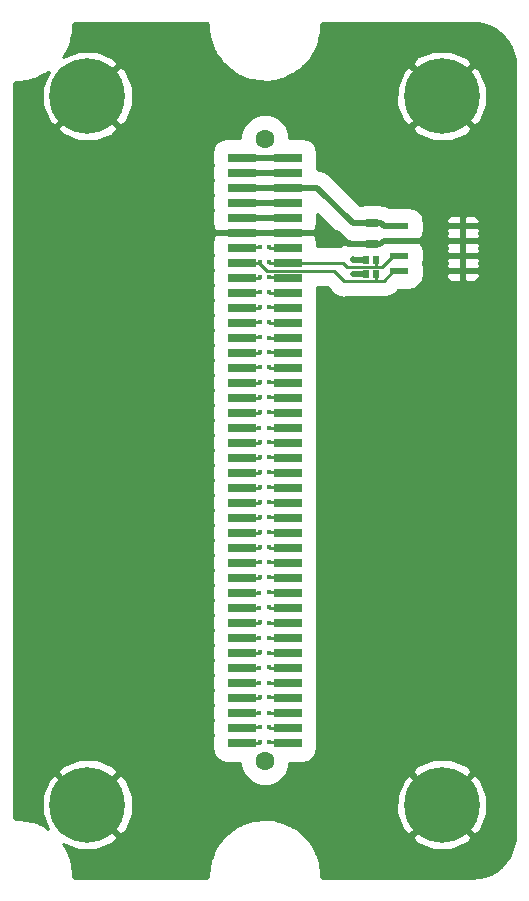
<source format=gbr>
G04 #@! TF.GenerationSoftware,KiCad,Pcbnew,(5.0.0-rc2-dev-107-g49486b83b)*
G04 #@! TF.CreationDate,2018-03-27T00:01:31+08:00*
G04 #@! TF.ProjectId,ebox-i2c-eeprom,65626F782D6932632D656570726F6D2E,rev?*
G04 #@! TF.SameCoordinates,Original*
G04 #@! TF.FileFunction,Copper,L2,Bot,Signal*
G04 #@! TF.FilePolarity,Positive*
%FSLAX46Y46*%
G04 Gerber Fmt 4.6, Leading zero omitted, Abs format (unit mm)*
G04 Created by KiCad (PCBNEW (5.0.0-rc2-dev-107-g49486b83b)) date 03/27/18 00:01:31*
%MOMM*%
%LPD*%
G01*
G04 APERTURE LIST*
%ADD10C,1.600000*%
%ADD11R,2.400000X0.750000*%
%ADD12R,0.575000X0.650000*%
%ADD13C,0.800000*%
%ADD14C,6.400000*%
%ADD15R,1.000000X0.670000*%
%ADD16R,1.550000X0.600000*%
%ADD17C,0.400000*%
%ADD18C,0.200000*%
%ADD19C,0.500000*%
%ADD20C,0.250000*%
%ADD21C,0.254000*%
G04 APERTURE END LIST*
D10*
X22500000Y-63839800D03*
X22500000Y-11122100D03*
D11*
X24450000Y-62265000D03*
X20550000Y-62265000D03*
X24450000Y-60995000D03*
X20550000Y-60995000D03*
X24450000Y-59725000D03*
X20550000Y-59725000D03*
X24450000Y-58455000D03*
X20550000Y-58455000D03*
X24450000Y-57185000D03*
X20550000Y-57185000D03*
X24450000Y-55915000D03*
X20550000Y-55915000D03*
X24450000Y-54645000D03*
X20550000Y-54645000D03*
X24450000Y-53375000D03*
X20550000Y-53375000D03*
X24450000Y-52105000D03*
X20550000Y-52105000D03*
X24450000Y-50835000D03*
X20550000Y-50835000D03*
X24450000Y-49565000D03*
X20550000Y-49565000D03*
X24450000Y-48295000D03*
X20550000Y-48295000D03*
X24450000Y-47025000D03*
X20550000Y-47025000D03*
X24450000Y-45755000D03*
X20550000Y-45755000D03*
X24450000Y-44485000D03*
X20550000Y-44485000D03*
X24450000Y-43215000D03*
X20550000Y-43215000D03*
X24450000Y-41945000D03*
X20550000Y-41945000D03*
X24450000Y-40675000D03*
X20550000Y-40675000D03*
X24450000Y-39405000D03*
X20550000Y-39405000D03*
X24450000Y-38135000D03*
X20550000Y-38135000D03*
X24450000Y-36865000D03*
X20550000Y-36865000D03*
X24450000Y-35595000D03*
X20550000Y-35595000D03*
X24450000Y-34325000D03*
X20550000Y-34325000D03*
X24450000Y-33055000D03*
X20550000Y-33055000D03*
X24450000Y-31785000D03*
X20550000Y-31785000D03*
X24450000Y-30515000D03*
X20550000Y-30515000D03*
X24450000Y-29245000D03*
X20550000Y-29245000D03*
X24450000Y-27975000D03*
X20550000Y-27975000D03*
X24450000Y-26705000D03*
X20550000Y-26705000D03*
X24450000Y-25435000D03*
X20550000Y-25435000D03*
X24450000Y-24165000D03*
X20550000Y-24165000D03*
X24450000Y-22895000D03*
X20550000Y-22895000D03*
X24450000Y-21625000D03*
X20550000Y-21625000D03*
X24450000Y-20355000D03*
X20550000Y-20355000D03*
X24450000Y-19085000D03*
X20550000Y-19085000D03*
X24450000Y-17815000D03*
X20550000Y-17815000D03*
X24450000Y-16545000D03*
X20550000Y-16545000D03*
X24450000Y-15275000D03*
X20550000Y-15275000D03*
X24450000Y-14005000D03*
X20550000Y-14005000D03*
X24450000Y-12735000D03*
X20550000Y-12735000D03*
D10*
X22512700Y-11122100D03*
X22500000Y-63839800D03*
D12*
X31889700Y-22580600D03*
X31114700Y-22580600D03*
X31889700Y-21361400D03*
X31114700Y-21361400D03*
D13*
X9197056Y-5802944D03*
X7500000Y-5100000D03*
X5802944Y-5802944D03*
X5100000Y-7500000D03*
X5802944Y-9197056D03*
X7500000Y-9900000D03*
X9197056Y-9197056D03*
X9900000Y-7500000D03*
D14*
X7500000Y-7500000D03*
D13*
X39197056Y-5802944D03*
X37500000Y-5100000D03*
X35802944Y-5802944D03*
X35100000Y-7500000D03*
X35802944Y-9197056D03*
X37500000Y-9900000D03*
X39197056Y-9197056D03*
X39900000Y-7500000D03*
D14*
X37500000Y-7500000D03*
D13*
X9197056Y-65802944D03*
X7500000Y-65100000D03*
X5802944Y-65802944D03*
X5100000Y-67500000D03*
X5802944Y-69197056D03*
X7500000Y-69900000D03*
X9197056Y-69197056D03*
X9900000Y-67500000D03*
D14*
X7500000Y-67500000D03*
D13*
X39197056Y-65802944D03*
X37500000Y-65100000D03*
X35802944Y-65802944D03*
X35100000Y-67500000D03*
X35802944Y-69197056D03*
X37500000Y-69900000D03*
X39197056Y-69197056D03*
X39900000Y-67500000D03*
D14*
X37500000Y-67500000D03*
D15*
X31572200Y-20026600D03*
X31572200Y-18276600D03*
D16*
X33883600Y-18491200D03*
X33883600Y-19761200D03*
X33883600Y-21031200D03*
X33883600Y-22301200D03*
X39283600Y-22301200D03*
X39283600Y-21031200D03*
X39283600Y-19761200D03*
X39283600Y-18491200D03*
D17*
X22860000Y-19050000D03*
X22860000Y-17780000D03*
X22860000Y-16510000D03*
X22860000Y-15240000D03*
X22860000Y-13970000D03*
X22860000Y-12700000D03*
X22098000Y-19050000D03*
X22098000Y-17780000D03*
X22098000Y-16510000D03*
X22098000Y-15240000D03*
X22098000Y-13970000D03*
X22098000Y-12700000D03*
D18*
X31750000Y-59690000D03*
X31750000Y-50800000D03*
X31750000Y-39370000D03*
X31750000Y-27940000D03*
X36830000Y-59690000D03*
X36830000Y-50800000D03*
X36830000Y-39370000D03*
X36830000Y-27940000D03*
X36830000Y-20320000D03*
X41910000Y-59690000D03*
X41910000Y-50800000D03*
X41910000Y-39370000D03*
X41910000Y-27940000D03*
X41910000Y-20320000D03*
X31750000Y-12700000D03*
X36830000Y-12700000D03*
X41910000Y-12700000D03*
X13970000Y-59690000D03*
X13970000Y-49530000D03*
X13970000Y-39370000D03*
X13970000Y-27940000D03*
X13970000Y-20320000D03*
X13970000Y-12700000D03*
X8890000Y-12700000D03*
X8890000Y-20320000D03*
X8890000Y-27940000D03*
X8890000Y-39370000D03*
X8890000Y-49530000D03*
X8890000Y-59690000D03*
X3810000Y-59690000D03*
X3810000Y-49530000D03*
X3810000Y-39370000D03*
X3810000Y-27940000D03*
X3810000Y-20320000D03*
X3810000Y-12700000D03*
D17*
X29972000Y-21336000D03*
X29972000Y-21336000D03*
X29972000Y-18288000D03*
X22098000Y-21590000D03*
X22098000Y-20320000D03*
X22860000Y-20320000D03*
X22860000Y-21590000D03*
X22098000Y-22860000D03*
X22860000Y-22860000D03*
X22098000Y-24130000D03*
X22860000Y-24130000D03*
X22098000Y-25400000D03*
X22860000Y-25400000D03*
X22098000Y-26670000D03*
X22860000Y-26670000D03*
X22098000Y-27940000D03*
X22895000Y-27975000D03*
X22098000Y-29210000D03*
X22860000Y-29210000D03*
X22098000Y-30480000D03*
X22860000Y-30480000D03*
X22098000Y-31750000D03*
X22860000Y-31750000D03*
X22098000Y-33020000D03*
X22860000Y-33020000D03*
X22098000Y-34290000D03*
X22860000Y-34290000D03*
X22063000Y-35595000D03*
X22895000Y-35595000D03*
X22098000Y-36830000D03*
X22860000Y-36830000D03*
X22098000Y-38100000D03*
X22860000Y-38100000D03*
X22098000Y-39370000D03*
X22860000Y-39370000D03*
X22098000Y-40640000D03*
X22860000Y-40640000D03*
X22098000Y-41910000D03*
X22860000Y-41910000D03*
X22098000Y-43180000D03*
X22860000Y-43180000D03*
X22098000Y-44450000D03*
X22860000Y-44450000D03*
X22098000Y-45720000D03*
X22860000Y-45720000D03*
X22098000Y-46990000D03*
X22860000Y-46990000D03*
X22098000Y-48260000D03*
X22860000Y-48260000D03*
X22063000Y-49565000D03*
X22860000Y-49530000D03*
X22063000Y-50835000D03*
X22860000Y-50800000D03*
X22098000Y-52070000D03*
X22895000Y-52105000D03*
X22063000Y-53375000D03*
X22895000Y-53375000D03*
X22098000Y-54610000D03*
X22895000Y-54645000D03*
X22063000Y-55915000D03*
X22860000Y-55880000D03*
X22063000Y-57185000D03*
X22895000Y-57185000D03*
X22098000Y-58420000D03*
X22860000Y-58420000D03*
X22063000Y-59725000D03*
X22895000Y-59725000D03*
X22895000Y-59725000D03*
X22098000Y-60960000D03*
X22860000Y-60960000D03*
X22098000Y-62230000D03*
X22860000Y-62230000D03*
X29972000Y-22606000D03*
X29972000Y-21336000D03*
D19*
X20700000Y-12735000D02*
X24300000Y-12735000D01*
X24300000Y-14005000D02*
X20700000Y-14005000D01*
X24300000Y-16545000D02*
X20700000Y-16545000D01*
X20700000Y-17815000D02*
X24300000Y-17815000D01*
D20*
X20550000Y-21625000D02*
X22000000Y-21625000D01*
X22000000Y-21625000D02*
X22669999Y-22294999D01*
X22669999Y-22294999D02*
X28374398Y-22294999D01*
X28374398Y-22294999D02*
X29210000Y-23130601D01*
X29210000Y-23130601D02*
X30099000Y-23130601D01*
X30099000Y-23130601D02*
X31877000Y-23130601D01*
D19*
X20700000Y-19085000D02*
X17815000Y-19085000D01*
X39283600Y-18491200D02*
X39283600Y-22301200D01*
X33883600Y-19761200D02*
X39283600Y-19761200D01*
X32297400Y-20026600D02*
X32562800Y-19761200D01*
X32562800Y-19761200D02*
X33883600Y-19761200D01*
X31572200Y-20026600D02*
X32297400Y-20026600D01*
X29591000Y-20026600D02*
X31572200Y-20026600D01*
X28649400Y-19085000D02*
X29591000Y-20026600D01*
X24300000Y-19085000D02*
X28649400Y-19085000D01*
X24300000Y-19085000D02*
X20700000Y-19085000D01*
X24300000Y-15275000D02*
X26959000Y-15275000D01*
X26959000Y-15275000D02*
X29972000Y-18288000D01*
X31114700Y-22580600D02*
X29997400Y-22580600D01*
X29997400Y-22580600D02*
X29972000Y-22606000D01*
X29997400Y-21361400D02*
X29972000Y-21336000D01*
X31114700Y-21361400D02*
X29997400Y-21361400D01*
X33883600Y-18491200D02*
X32588200Y-18491200D01*
X29972000Y-18288000D02*
X32385000Y-18288000D01*
X32385000Y-18288000D02*
X32588200Y-18491200D01*
X20700000Y-15275000D02*
X24300000Y-15275000D01*
D20*
X29972000Y-18288000D02*
X31560800Y-18288000D01*
X31560800Y-18288000D02*
X31572200Y-18276600D01*
X22098000Y-20320000D02*
X20735000Y-20320000D01*
X20735000Y-20320000D02*
X20700000Y-20355000D01*
X22895000Y-20355000D02*
X22860000Y-20320000D01*
X24300000Y-20355000D02*
X22895000Y-20355000D01*
X20700000Y-21625000D02*
X22000000Y-21625000D01*
X22895000Y-21625000D02*
X22860000Y-21590000D01*
X24300000Y-21625000D02*
X22895000Y-21625000D01*
X22063000Y-22895000D02*
X22098000Y-22860000D01*
X20700000Y-22895000D02*
X22063000Y-22895000D01*
X22860000Y-22860000D02*
X24265000Y-22860000D01*
X24265000Y-22860000D02*
X24300000Y-22895000D01*
X22098000Y-24130000D02*
X20735000Y-24130000D01*
X20735000Y-24130000D02*
X20700000Y-24165000D01*
X22895000Y-24165000D02*
X22860000Y-24130000D01*
X24300000Y-24165000D02*
X22895000Y-24165000D01*
X22063000Y-25435000D02*
X22098000Y-25400000D01*
X20700000Y-25435000D02*
X22063000Y-25435000D01*
X22860000Y-25400000D02*
X24265000Y-25400000D01*
X24265000Y-25400000D02*
X24300000Y-25435000D01*
X22098000Y-26670000D02*
X20735000Y-26670000D01*
X20735000Y-26670000D02*
X20700000Y-26705000D01*
X22895000Y-26705000D02*
X22860000Y-26670000D01*
X24300000Y-26705000D02*
X22895000Y-26705000D01*
X22098000Y-27940000D02*
X20735000Y-27940000D01*
X20735000Y-27940000D02*
X20700000Y-27975000D01*
X24300000Y-27975000D02*
X22895000Y-27975000D01*
X22063000Y-29245000D02*
X22098000Y-29210000D01*
X20700000Y-29245000D02*
X22063000Y-29245000D01*
X22860000Y-29210000D02*
X24265000Y-29210000D01*
X24265000Y-29210000D02*
X24300000Y-29245000D01*
X22098000Y-30480000D02*
X20735000Y-30480000D01*
X20735000Y-30480000D02*
X20700000Y-30515000D01*
X22895000Y-30515000D02*
X22860000Y-30480000D01*
X24300000Y-30515000D02*
X22895000Y-30515000D01*
X22063000Y-31785000D02*
X22098000Y-31750000D01*
X20700000Y-31785000D02*
X22063000Y-31785000D01*
X22860000Y-31750000D02*
X24265000Y-31750000D01*
X24265000Y-31750000D02*
X24300000Y-31785000D01*
X22063000Y-33055000D02*
X22098000Y-33020000D01*
X20700000Y-33055000D02*
X22063000Y-33055000D01*
X22860000Y-33020000D02*
X24265000Y-33020000D01*
X24265000Y-33020000D02*
X24300000Y-33055000D01*
X22063000Y-34325000D02*
X22098000Y-34290000D01*
X20700000Y-34325000D02*
X22063000Y-34325000D01*
X22860000Y-34290000D02*
X24265000Y-34290000D01*
X24265000Y-34290000D02*
X24300000Y-34325000D01*
X22063000Y-35595000D02*
X20700000Y-35595000D01*
X22895000Y-35595000D02*
X24300000Y-35595000D01*
X22063000Y-36865000D02*
X22098000Y-36830000D01*
X20700000Y-36865000D02*
X22063000Y-36865000D01*
X22860000Y-36830000D02*
X24265000Y-36830000D01*
X24265000Y-36830000D02*
X24300000Y-36865000D01*
X22063000Y-38135000D02*
X22098000Y-38100000D01*
X20700000Y-38135000D02*
X22063000Y-38135000D01*
X22860000Y-38100000D02*
X24265000Y-38100000D01*
X24265000Y-38100000D02*
X24300000Y-38135000D01*
X22063000Y-39405000D02*
X22098000Y-39370000D01*
X20700000Y-39405000D02*
X22063000Y-39405000D01*
X22860000Y-39370000D02*
X24265000Y-39370000D01*
X24265000Y-39370000D02*
X24300000Y-39405000D01*
X22063000Y-40675000D02*
X22098000Y-40640000D01*
X20700000Y-40675000D02*
X22063000Y-40675000D01*
X22860000Y-40640000D02*
X24265000Y-40640000D01*
X24265000Y-40640000D02*
X24300000Y-40675000D01*
X22063000Y-41945000D02*
X22098000Y-41910000D01*
X20700000Y-41945000D02*
X22063000Y-41945000D01*
X22860000Y-41910000D02*
X24265000Y-41910000D01*
X24265000Y-41910000D02*
X24300000Y-41945000D01*
X22063000Y-43215000D02*
X22098000Y-43180000D01*
X20700000Y-43215000D02*
X22063000Y-43215000D01*
X22860000Y-43180000D02*
X24265000Y-43180000D01*
X24265000Y-43180000D02*
X24300000Y-43215000D01*
X22063000Y-44485000D02*
X22098000Y-44450000D01*
X20700000Y-44485000D02*
X22063000Y-44485000D01*
X22860000Y-44450000D02*
X24265000Y-44450000D01*
X24265000Y-44450000D02*
X24300000Y-44485000D01*
X22063000Y-45755000D02*
X22098000Y-45720000D01*
X20700000Y-45755000D02*
X22063000Y-45755000D01*
X22895000Y-45755000D02*
X22860000Y-45720000D01*
X24300000Y-45755000D02*
X22895000Y-45755000D01*
X22098000Y-46990000D02*
X20735000Y-46990000D01*
X20735000Y-46990000D02*
X20700000Y-47025000D01*
X22860000Y-46990000D02*
X24265000Y-46990000D01*
X24265000Y-46990000D02*
X24300000Y-47025000D01*
X22063000Y-48295000D02*
X22098000Y-48260000D01*
X20700000Y-48295000D02*
X22063000Y-48295000D01*
X22860000Y-48260000D02*
X24265000Y-48260000D01*
X24265000Y-48260000D02*
X24300000Y-48295000D01*
X20700000Y-49565000D02*
X22063000Y-49565000D01*
X22860000Y-49530000D02*
X24265000Y-49530000D01*
X24265000Y-49530000D02*
X24300000Y-49565000D01*
X20700000Y-50835000D02*
X22063000Y-50835000D01*
X22895000Y-50835000D02*
X22860000Y-50800000D01*
X24300000Y-50835000D02*
X22895000Y-50835000D01*
X22063000Y-52105000D02*
X22098000Y-52070000D01*
X20700000Y-52105000D02*
X22063000Y-52105000D01*
X22895000Y-52105000D02*
X24300000Y-52105000D01*
X22063000Y-53375000D02*
X20700000Y-53375000D01*
X24300000Y-53375000D02*
X22895000Y-53375000D01*
X22063000Y-54645000D02*
X22098000Y-54610000D01*
X20700000Y-54645000D02*
X22063000Y-54645000D01*
X24300000Y-54645000D02*
X22895000Y-54645000D01*
X20700000Y-55915000D02*
X22063000Y-55915000D01*
X22895000Y-55915000D02*
X22860000Y-55880000D01*
X24300000Y-55915000D02*
X22895000Y-55915000D01*
X20700000Y-57185000D02*
X22063000Y-57185000D01*
X24300000Y-57185000D02*
X22895000Y-57185000D01*
X22063000Y-58455000D02*
X22098000Y-58420000D01*
X20700000Y-58455000D02*
X22063000Y-58455000D01*
X22860000Y-58420000D02*
X24265000Y-58420000D01*
X24265000Y-58420000D02*
X24300000Y-58455000D01*
X20700000Y-59725000D02*
X22063000Y-59725000D01*
X24300000Y-59725000D02*
X22895000Y-59725000D01*
X22098000Y-60960000D02*
X20735000Y-60960000D01*
X20735000Y-60960000D02*
X20700000Y-60995000D01*
X22895000Y-60995000D02*
X22860000Y-60960000D01*
X24300000Y-60995000D02*
X22895000Y-60995000D01*
X22063000Y-62265000D02*
X22098000Y-62230000D01*
X20700000Y-62265000D02*
X22063000Y-62265000D01*
X22860000Y-62230000D02*
X24265000Y-62230000D01*
X24265000Y-62230000D02*
X24300000Y-62265000D01*
X31877000Y-23130601D02*
X32579199Y-23130601D01*
X31889700Y-22580600D02*
X31889700Y-23117901D01*
X31889700Y-23117901D02*
X31877000Y-23130601D01*
X32579199Y-23130601D02*
X33408600Y-22301200D01*
X33408600Y-22301200D02*
X33883600Y-22301200D01*
X24300000Y-21625000D02*
X29118000Y-21625000D01*
X29118000Y-21625000D02*
X29464000Y-21971000D01*
X29464000Y-21971000D02*
X29972000Y-21971000D01*
X29972000Y-21971000D02*
X31877000Y-21971000D01*
X31877000Y-21971000D02*
X32468800Y-21971000D01*
X31889700Y-21361400D02*
X31889700Y-21958300D01*
X31889700Y-21958300D02*
X31877000Y-21971000D01*
X32468800Y-21971000D02*
X33408600Y-21031200D01*
X33408600Y-21031200D02*
X33883600Y-21031200D01*
X32373600Y-18276600D02*
X32588200Y-18491200D01*
X31572200Y-18276600D02*
X32373600Y-18276600D01*
D21*
G36*
X17529206Y-1292185D02*
X17557849Y-1298273D01*
X17585351Y-1308283D01*
X17611212Y-1322034D01*
X17634892Y-1339239D01*
X17655952Y-1359576D01*
X17673980Y-1382651D01*
X17688618Y-1408004D01*
X17699588Y-1435155D01*
X17706669Y-1463556D01*
X17713784Y-1531253D01*
X17713784Y-1544917D01*
X17722310Y-1789065D01*
X17724661Y-1811433D01*
X17724661Y-1833923D01*
X17734051Y-1923262D01*
X17802008Y-2406805D01*
X17811351Y-2450761D01*
X17817607Y-2495274D01*
X17839336Y-2582421D01*
X17839339Y-2582435D01*
X17839340Y-2582437D01*
X17973933Y-3051817D01*
X17989300Y-3094039D01*
X18001691Y-3137250D01*
X18035343Y-3220541D01*
X18233950Y-3666620D01*
X18255049Y-3706301D01*
X18273330Y-3747361D01*
X18318246Y-3825158D01*
X18577004Y-4239256D01*
X18603422Y-4275617D01*
X18627236Y-4313727D01*
X18682541Y-4384515D01*
X18996411Y-4758571D01*
X19027628Y-4790896D01*
X19056519Y-4825328D01*
X19121139Y-4887730D01*
X19484013Y-5214465D01*
X19519432Y-5242137D01*
X19552829Y-5272208D01*
X19625504Y-5325010D01*
X20030319Y-5598061D01*
X20069246Y-5620535D01*
X20106501Y-5645664D01*
X20185818Y-5687838D01*
X20624695Y-5901892D01*
X20666366Y-5918728D01*
X20706757Y-5938428D01*
X20791171Y-5969152D01*
X21255567Y-6120044D01*
X21299173Y-6130916D01*
X21341918Y-6144805D01*
X21429787Y-6163482D01*
X21910663Y-6248274D01*
X21955354Y-6252971D01*
X21999622Y-6260777D01*
X22089229Y-6267043D01*
X22089235Y-6267043D01*
X22577233Y-6284084D01*
X22622149Y-6282516D01*
X22667064Y-6284084D01*
X22756677Y-6277818D01*
X23242298Y-6226777D01*
X23286556Y-6218973D01*
X23331254Y-6214275D01*
X23419122Y-6195598D01*
X23892912Y-6077469D01*
X23935657Y-6063580D01*
X23979264Y-6052708D01*
X24063661Y-6021989D01*
X24063677Y-6021984D01*
X24063684Y-6021981D01*
X24516418Y-5839064D01*
X24556804Y-5819366D01*
X24598481Y-5802528D01*
X24677798Y-5760354D01*
X25100674Y-5516207D01*
X25137931Y-5491077D01*
X25176857Y-5468603D01*
X25249532Y-5415801D01*
X25634314Y-5115176D01*
X25667706Y-5085110D01*
X25703127Y-5057436D01*
X25767746Y-4995033D01*
X25995594Y-4759090D01*
X34938695Y-4759090D01*
X37500000Y-7320395D01*
X40061305Y-4759090D01*
X39694360Y-4263657D01*
X38288829Y-3670264D01*
X36763207Y-3659913D01*
X35349754Y-4234181D01*
X35305640Y-4263657D01*
X34938695Y-4759090D01*
X25995594Y-4759090D01*
X26106946Y-4643783D01*
X26135835Y-4609354D01*
X26167057Y-4577023D01*
X26222363Y-4506234D01*
X26509374Y-4111195D01*
X26533191Y-4073080D01*
X26559605Y-4036724D01*
X26604521Y-3958928D01*
X26833762Y-3527789D01*
X26852040Y-3486737D01*
X26873142Y-3447049D01*
X26906793Y-3363759D01*
X27073800Y-2904912D01*
X27086188Y-2861709D01*
X27101560Y-2819476D01*
X27123292Y-2732313D01*
X27224814Y-2254688D01*
X27231068Y-2210187D01*
X27240413Y-2166223D01*
X27249803Y-2076883D01*
X27283865Y-1589778D01*
X27283865Y-1589776D01*
X27292185Y-1470794D01*
X27298273Y-1442151D01*
X27308283Y-1414649D01*
X27322034Y-1388788D01*
X27339239Y-1365108D01*
X27359576Y-1344048D01*
X27382651Y-1326020D01*
X27408004Y-1311382D01*
X27435155Y-1300412D01*
X27463556Y-1293331D01*
X27523793Y-1287000D01*
X39955055Y-1287000D01*
X40516312Y-1326247D01*
X41022579Y-1433858D01*
X41508935Y-1610877D01*
X41965924Y-1853862D01*
X42384651Y-2158085D01*
X42756963Y-2517623D01*
X43075614Y-2925477D01*
X43334399Y-3373708D01*
X43528283Y-3853586D01*
X43653496Y-4355791D01*
X43711131Y-4904149D01*
X43713000Y-5011235D01*
X43713001Y-69955041D01*
X43673753Y-70516313D01*
X43566144Y-71022573D01*
X43389123Y-71508936D01*
X43146138Y-71965924D01*
X42841917Y-72384648D01*
X42482379Y-72756961D01*
X42074526Y-73075611D01*
X41626296Y-73334397D01*
X41146411Y-73528284D01*
X40644211Y-73653496D01*
X40095850Y-73711131D01*
X39988766Y-73713000D01*
X27544945Y-73713000D01*
X27470795Y-73707815D01*
X27442152Y-73701727D01*
X27414647Y-73691716D01*
X27388789Y-73677967D01*
X27365109Y-73660763D01*
X27344044Y-73640420D01*
X27326021Y-73617351D01*
X27311383Y-73591997D01*
X27300412Y-73564844D01*
X27293331Y-73536443D01*
X27286216Y-73468747D01*
X27286216Y-73455084D01*
X27277690Y-73210935D01*
X27275339Y-73188567D01*
X27275339Y-73166077D01*
X27265949Y-73076738D01*
X27197992Y-72593195D01*
X27188649Y-72549239D01*
X27182393Y-72504726D01*
X27160661Y-72417563D01*
X27026067Y-71948183D01*
X27010700Y-71905961D01*
X26998309Y-71862750D01*
X26964657Y-71779459D01*
X26766050Y-71333380D01*
X26744951Y-71293699D01*
X26726670Y-71252639D01*
X26681754Y-71174842D01*
X26422996Y-70760744D01*
X26396576Y-70724380D01*
X26372764Y-70686273D01*
X26317458Y-70615485D01*
X26317457Y-70615483D01*
X26317452Y-70615478D01*
X26003589Y-70241429D01*
X26003088Y-70240910D01*
X34938695Y-70240910D01*
X35305640Y-70736343D01*
X36711171Y-71329736D01*
X38236793Y-71340087D01*
X39650246Y-70765819D01*
X39694360Y-70736343D01*
X40061305Y-70240910D01*
X37500000Y-67679605D01*
X34938695Y-70240910D01*
X26003088Y-70240910D01*
X25972371Y-70209102D01*
X25943481Y-70174672D01*
X25878861Y-70112270D01*
X25515987Y-69785536D01*
X25480574Y-69757868D01*
X25447171Y-69727792D01*
X25374496Y-69674990D01*
X24969681Y-69401939D01*
X24930754Y-69379465D01*
X24893499Y-69354336D01*
X24814182Y-69312162D01*
X24375305Y-69098108D01*
X24333634Y-69081272D01*
X24293243Y-69061572D01*
X24208829Y-69030848D01*
X23744433Y-68879956D01*
X23700827Y-68869084D01*
X23658082Y-68855195D01*
X23570213Y-68836518D01*
X23089336Y-68751726D01*
X23044645Y-68747029D01*
X23000377Y-68739223D01*
X22910771Y-68732957D01*
X22910765Y-68732957D01*
X22422767Y-68715916D01*
X22377851Y-68717484D01*
X22332936Y-68715916D01*
X22243323Y-68722182D01*
X21757702Y-68773223D01*
X21713444Y-68781027D01*
X21668746Y-68785725D01*
X21580877Y-68804402D01*
X21107088Y-68922531D01*
X21064342Y-68936420D01*
X21020736Y-68947292D01*
X20936322Y-68978016D01*
X20483582Y-69160936D01*
X20443196Y-69180634D01*
X20401519Y-69197472D01*
X20322202Y-69239646D01*
X19899326Y-69483793D01*
X19862072Y-69508921D01*
X19823144Y-69531396D01*
X19750468Y-69584198D01*
X19365686Y-69884824D01*
X19332287Y-69914896D01*
X19296874Y-69942564D01*
X19232254Y-70004966D01*
X18893055Y-70356217D01*
X18864166Y-70390645D01*
X18832943Y-70422978D01*
X18777637Y-70493766D01*
X18490625Y-70888806D01*
X18466808Y-70926922D01*
X18440395Y-70963276D01*
X18395479Y-71041073D01*
X18166238Y-71472211D01*
X18147961Y-71513262D01*
X18126858Y-71552951D01*
X18093207Y-71636241D01*
X17926200Y-72095088D01*
X17913813Y-72138288D01*
X17898440Y-72180524D01*
X17876708Y-72267688D01*
X17775186Y-72745312D01*
X17768931Y-72789816D01*
X17759587Y-72833778D01*
X17750197Y-72923117D01*
X17716135Y-73410223D01*
X17707815Y-73529205D01*
X17701727Y-73557848D01*
X17691716Y-73585353D01*
X17677967Y-73611211D01*
X17660763Y-73634891D01*
X17640420Y-73655956D01*
X17617351Y-73673979D01*
X17591997Y-73688617D01*
X17564844Y-73699588D01*
X17536443Y-73706669D01*
X17476206Y-73713000D01*
X6544945Y-73713000D01*
X6470795Y-73707815D01*
X6442152Y-73701727D01*
X6414647Y-73691716D01*
X6388789Y-73677967D01*
X6365109Y-73660763D01*
X6344044Y-73640420D01*
X6326021Y-73617351D01*
X6311383Y-73591997D01*
X6300412Y-73564844D01*
X6293331Y-73536443D01*
X6286737Y-73473705D01*
X6284672Y-73355392D01*
X6283691Y-73344182D01*
X6284084Y-73332936D01*
X6277818Y-73243323D01*
X6226777Y-72757702D01*
X6218973Y-72713444D01*
X6214275Y-72668746D01*
X6195598Y-72580877D01*
X6077469Y-72107088D01*
X6063580Y-72064342D01*
X6052708Y-72020736D01*
X6021984Y-71936322D01*
X5839064Y-71483582D01*
X5819366Y-71443196D01*
X5802528Y-71401519D01*
X5760354Y-71322202D01*
X5516207Y-70899326D01*
X5491079Y-70862072D01*
X5468604Y-70823144D01*
X5449740Y-70797180D01*
X6711171Y-71329736D01*
X8236793Y-71340087D01*
X9650246Y-70765819D01*
X9694360Y-70736343D01*
X10061305Y-70240910D01*
X7500000Y-67679605D01*
X7485858Y-67693748D01*
X7306253Y-67514143D01*
X7320395Y-67500000D01*
X7679605Y-67500000D01*
X10240910Y-70061305D01*
X10736343Y-69694360D01*
X11329736Y-68288829D01*
X11330089Y-68236793D01*
X33659913Y-68236793D01*
X34234181Y-69650246D01*
X34263657Y-69694360D01*
X34759090Y-70061305D01*
X37320395Y-67500000D01*
X37679605Y-67500000D01*
X40240910Y-70061305D01*
X40736343Y-69694360D01*
X41329736Y-68288829D01*
X41340087Y-66763207D01*
X40765819Y-65349754D01*
X40736343Y-65305640D01*
X40240910Y-64938695D01*
X37679605Y-67500000D01*
X37320395Y-67500000D01*
X34759090Y-64938695D01*
X34263657Y-65305640D01*
X33670264Y-66711171D01*
X33659913Y-68236793D01*
X11330089Y-68236793D01*
X11340087Y-66763207D01*
X10765819Y-65349754D01*
X10736343Y-65305640D01*
X10240910Y-64938695D01*
X7679605Y-67500000D01*
X7320395Y-67500000D01*
X4759090Y-64938695D01*
X4263657Y-65305640D01*
X3670264Y-66711171D01*
X3659913Y-68236793D01*
X4193676Y-69550552D01*
X4111194Y-69490625D01*
X4073078Y-69466808D01*
X4036724Y-69440395D01*
X3958927Y-69395479D01*
X3958924Y-69395477D01*
X3958919Y-69395475D01*
X3527789Y-69166238D01*
X3486738Y-69147961D01*
X3447049Y-69126858D01*
X3363759Y-69093207D01*
X2904912Y-68926200D01*
X2861712Y-68913813D01*
X2819476Y-68898440D01*
X2732327Y-68876712D01*
X2732314Y-68876708D01*
X2732308Y-68876707D01*
X2254688Y-68775186D01*
X2210184Y-68768931D01*
X2166222Y-68759587D01*
X2076883Y-68750197D01*
X1589777Y-68716135D01*
X1470795Y-68707815D01*
X1442152Y-68701727D01*
X1414647Y-68691716D01*
X1388789Y-68677967D01*
X1365109Y-68660763D01*
X1344044Y-68640420D01*
X1326021Y-68617351D01*
X1311383Y-68591997D01*
X1300412Y-68564844D01*
X1293331Y-68536443D01*
X1287000Y-68476206D01*
X1287000Y-64759090D01*
X4938695Y-64759090D01*
X7500000Y-67320395D01*
X10061305Y-64759090D01*
X9694360Y-64263657D01*
X8288829Y-63670264D01*
X6763207Y-63659913D01*
X5349754Y-64234181D01*
X5305640Y-64263657D01*
X4938695Y-64759090D01*
X1287000Y-64759090D01*
X1287000Y-12360000D01*
X18037787Y-12360000D01*
X18037787Y-13110000D01*
X18089504Y-13370000D01*
X18037787Y-13630000D01*
X18037787Y-14380000D01*
X18089504Y-14640000D01*
X18037787Y-14900000D01*
X18037787Y-15650000D01*
X18089504Y-15910000D01*
X18037787Y-16170000D01*
X18037787Y-16920000D01*
X18089504Y-17180000D01*
X18037787Y-17440000D01*
X18037787Y-18190000D01*
X18137673Y-18692162D01*
X18400159Y-19085000D01*
X18137673Y-19477838D01*
X18037787Y-19980000D01*
X18037787Y-20730000D01*
X18089504Y-20990000D01*
X18037787Y-21250000D01*
X18037787Y-22000000D01*
X18089504Y-22260000D01*
X18037787Y-22520000D01*
X18037787Y-23270000D01*
X18089504Y-23530000D01*
X18037787Y-23790000D01*
X18037787Y-24540000D01*
X18089504Y-24800000D01*
X18037787Y-25060000D01*
X18037787Y-25810000D01*
X18089504Y-26070000D01*
X18037787Y-26330000D01*
X18037787Y-27080000D01*
X18089504Y-27340000D01*
X18037787Y-27600000D01*
X18037787Y-28350000D01*
X18089504Y-28610000D01*
X18037787Y-28870000D01*
X18037787Y-29620000D01*
X18089504Y-29880000D01*
X18037787Y-30140000D01*
X18037787Y-30890000D01*
X18089504Y-31150000D01*
X18037787Y-31410000D01*
X18037787Y-32160000D01*
X18089504Y-32420000D01*
X18037787Y-32680000D01*
X18037787Y-33430000D01*
X18089504Y-33690000D01*
X18037787Y-33950000D01*
X18037787Y-34700000D01*
X18089504Y-34960000D01*
X18037787Y-35220000D01*
X18037787Y-35970000D01*
X18089504Y-36230000D01*
X18037787Y-36490000D01*
X18037787Y-37240000D01*
X18089504Y-37500000D01*
X18037787Y-37760000D01*
X18037787Y-38510000D01*
X18089504Y-38770000D01*
X18037787Y-39030000D01*
X18037787Y-39780000D01*
X18089504Y-40040000D01*
X18037787Y-40300000D01*
X18037787Y-41050000D01*
X18089504Y-41310000D01*
X18037787Y-41570000D01*
X18037787Y-42320000D01*
X18089504Y-42580000D01*
X18037787Y-42840000D01*
X18037787Y-43590000D01*
X18089504Y-43850000D01*
X18037787Y-44110000D01*
X18037787Y-44860000D01*
X18089504Y-45120000D01*
X18037787Y-45380000D01*
X18037787Y-46130000D01*
X18089504Y-46390000D01*
X18037787Y-46650000D01*
X18037787Y-47400000D01*
X18089504Y-47660000D01*
X18037787Y-47920000D01*
X18037787Y-48670000D01*
X18089504Y-48930000D01*
X18037787Y-49190000D01*
X18037787Y-49940000D01*
X18089504Y-50200000D01*
X18037787Y-50460000D01*
X18037787Y-51210000D01*
X18089504Y-51470000D01*
X18037787Y-51730000D01*
X18037787Y-52480000D01*
X18089504Y-52740000D01*
X18037787Y-53000000D01*
X18037787Y-53750000D01*
X18089504Y-54010000D01*
X18037787Y-54270000D01*
X18037787Y-55020000D01*
X18089504Y-55280000D01*
X18037787Y-55540000D01*
X18037787Y-56290000D01*
X18089504Y-56550000D01*
X18037787Y-56810000D01*
X18037787Y-57560000D01*
X18089504Y-57820000D01*
X18037787Y-58080000D01*
X18037787Y-58830000D01*
X18089504Y-59090000D01*
X18037787Y-59350000D01*
X18037787Y-60100000D01*
X18089504Y-60360000D01*
X18037787Y-60620000D01*
X18037787Y-61370000D01*
X18089504Y-61630000D01*
X18037787Y-61890000D01*
X18037787Y-62640000D01*
X18137673Y-63142162D01*
X18422125Y-63567875D01*
X18847838Y-63852327D01*
X19350000Y-63952213D01*
X20413000Y-63952213D01*
X20413000Y-64254930D01*
X20730727Y-65021991D01*
X21317809Y-65609073D01*
X22084870Y-65926800D01*
X22915130Y-65926800D01*
X23682191Y-65609073D01*
X24269273Y-65021991D01*
X24378170Y-64759090D01*
X34938695Y-64759090D01*
X37500000Y-67320395D01*
X40061305Y-64759090D01*
X39694360Y-64263657D01*
X38288829Y-63670264D01*
X36763207Y-63659913D01*
X35349754Y-64234181D01*
X35305640Y-64263657D01*
X34938695Y-64759090D01*
X24378170Y-64759090D01*
X24587000Y-64254930D01*
X24587000Y-63952213D01*
X25650000Y-63952213D01*
X26152162Y-63852327D01*
X26577875Y-63567875D01*
X26862327Y-63142162D01*
X26962213Y-62640000D01*
X26962213Y-61890000D01*
X26910496Y-61630000D01*
X26962213Y-61370000D01*
X26962213Y-60620000D01*
X26910496Y-60360000D01*
X26962213Y-60100000D01*
X26962213Y-59350000D01*
X26910496Y-59090000D01*
X26962213Y-58830000D01*
X26962213Y-58080000D01*
X26910496Y-57820000D01*
X26962213Y-57560000D01*
X26962213Y-56810000D01*
X26910496Y-56550000D01*
X26962213Y-56290000D01*
X26962213Y-55540000D01*
X26910496Y-55280000D01*
X26962213Y-55020000D01*
X26962213Y-54270000D01*
X26910496Y-54010000D01*
X26962213Y-53750000D01*
X26962213Y-53000000D01*
X26910496Y-52740000D01*
X26962213Y-52480000D01*
X26962213Y-51730000D01*
X26910496Y-51470000D01*
X26962213Y-51210000D01*
X26962213Y-50460000D01*
X26910496Y-50200000D01*
X26962213Y-49940000D01*
X26962213Y-49190000D01*
X26910496Y-48930000D01*
X26962213Y-48670000D01*
X26962213Y-47920000D01*
X26910496Y-47660000D01*
X26962213Y-47400000D01*
X26962213Y-46650000D01*
X26910496Y-46390000D01*
X26962213Y-46130000D01*
X26962213Y-45380000D01*
X26910496Y-45120000D01*
X26962213Y-44860000D01*
X26962213Y-44110000D01*
X26910496Y-43850000D01*
X26962213Y-43590000D01*
X26962213Y-42840000D01*
X26910496Y-42580000D01*
X26962213Y-42320000D01*
X26962213Y-41570000D01*
X26910496Y-41310000D01*
X26962213Y-41050000D01*
X26962213Y-40300000D01*
X26910496Y-40040000D01*
X26962213Y-39780000D01*
X26962213Y-39030000D01*
X26910496Y-38770000D01*
X26962213Y-38510000D01*
X26962213Y-37760000D01*
X26910496Y-37500000D01*
X26962213Y-37240000D01*
X26962213Y-36490000D01*
X26910496Y-36230000D01*
X26962213Y-35970000D01*
X26962213Y-35220000D01*
X26910496Y-34960000D01*
X26962213Y-34700000D01*
X26962213Y-33950000D01*
X26910496Y-33690000D01*
X26962213Y-33430000D01*
X26962213Y-32680000D01*
X26910496Y-32420000D01*
X26962213Y-32160000D01*
X26962213Y-31410000D01*
X26910496Y-31150000D01*
X26962213Y-30890000D01*
X26962213Y-30140000D01*
X26910496Y-29880000D01*
X26962213Y-29620000D01*
X26962213Y-28870000D01*
X26910496Y-28610000D01*
X26962213Y-28350000D01*
X26962213Y-27600000D01*
X26910496Y-27340000D01*
X26962213Y-27080000D01*
X26962213Y-26330000D01*
X26910496Y-26070000D01*
X26962213Y-25810000D01*
X26962213Y-25060000D01*
X26910496Y-24800000D01*
X26962213Y-24540000D01*
X26962213Y-23790000D01*
X26945703Y-23706999D01*
X27789529Y-23706999D01*
X28113229Y-24030699D01*
X28192005Y-24148596D01*
X28640058Y-24447975D01*
X28659065Y-24460675D01*
X29210000Y-24570263D01*
X29349066Y-24542601D01*
X31737934Y-24542601D01*
X31877000Y-24570263D01*
X32016066Y-24542601D01*
X32440133Y-24542601D01*
X32579199Y-24570263D01*
X32718265Y-24542601D01*
X33130134Y-24460675D01*
X33597194Y-24148596D01*
X33675970Y-24030699D01*
X33793256Y-23913413D01*
X34658600Y-23913413D01*
X35160762Y-23813527D01*
X35586475Y-23529075D01*
X35870927Y-23103362D01*
X35970813Y-22601200D01*
X35970813Y-22586950D01*
X37873600Y-22586950D01*
X37873600Y-22727510D01*
X37970273Y-22960899D01*
X38148902Y-23139527D01*
X38382291Y-23236200D01*
X38997850Y-23236200D01*
X39156600Y-23077450D01*
X39156600Y-22428200D01*
X39410600Y-22428200D01*
X39410600Y-23077450D01*
X39569350Y-23236200D01*
X40184909Y-23236200D01*
X40418298Y-23139527D01*
X40596927Y-22960899D01*
X40693600Y-22727510D01*
X40693600Y-22586950D01*
X40534850Y-22428200D01*
X39410600Y-22428200D01*
X39156600Y-22428200D01*
X38032350Y-22428200D01*
X37873600Y-22586950D01*
X35970813Y-22586950D01*
X35970813Y-22001200D01*
X35904178Y-21666200D01*
X35970813Y-21331200D01*
X35970813Y-21316950D01*
X37873600Y-21316950D01*
X37873600Y-21457510D01*
X37960042Y-21666200D01*
X37873600Y-21874890D01*
X37873600Y-22015450D01*
X38032350Y-22174200D01*
X39156600Y-22174200D01*
X39156600Y-21158200D01*
X39410600Y-21158200D01*
X39410600Y-22174200D01*
X40534850Y-22174200D01*
X40693600Y-22015450D01*
X40693600Y-21874890D01*
X40607158Y-21666200D01*
X40693600Y-21457510D01*
X40693600Y-21316950D01*
X40534850Y-21158200D01*
X39410600Y-21158200D01*
X39156600Y-21158200D01*
X38032350Y-21158200D01*
X37873600Y-21316950D01*
X35970813Y-21316950D01*
X35970813Y-20731200D01*
X35870927Y-20229038D01*
X35749260Y-20046950D01*
X37873600Y-20046950D01*
X37873600Y-20187510D01*
X37960042Y-20396200D01*
X37873600Y-20604890D01*
X37873600Y-20745450D01*
X38032350Y-20904200D01*
X39156600Y-20904200D01*
X39156600Y-19888200D01*
X39410600Y-19888200D01*
X39410600Y-20904200D01*
X40534850Y-20904200D01*
X40693600Y-20745450D01*
X40693600Y-20604890D01*
X40607158Y-20396200D01*
X40693600Y-20187510D01*
X40693600Y-20046950D01*
X40534850Y-19888200D01*
X39410600Y-19888200D01*
X39156600Y-19888200D01*
X38032350Y-19888200D01*
X37873600Y-20046950D01*
X35749260Y-20046950D01*
X35586475Y-19803325D01*
X35523430Y-19761200D01*
X35586475Y-19719075D01*
X35870927Y-19293362D01*
X35970813Y-18791200D01*
X35970813Y-18776950D01*
X37873600Y-18776950D01*
X37873600Y-18917510D01*
X37960042Y-19126200D01*
X37873600Y-19334890D01*
X37873600Y-19475450D01*
X38032350Y-19634200D01*
X39156600Y-19634200D01*
X39156600Y-18618200D01*
X39410600Y-18618200D01*
X39410600Y-19634200D01*
X40534850Y-19634200D01*
X40693600Y-19475450D01*
X40693600Y-19334890D01*
X40607158Y-19126200D01*
X40693600Y-18917510D01*
X40693600Y-18776950D01*
X40534850Y-18618200D01*
X39410600Y-18618200D01*
X39156600Y-18618200D01*
X38032350Y-18618200D01*
X37873600Y-18776950D01*
X35970813Y-18776950D01*
X35970813Y-18191200D01*
X35945689Y-18064890D01*
X37873600Y-18064890D01*
X37873600Y-18205450D01*
X38032350Y-18364200D01*
X39156600Y-18364200D01*
X39156600Y-17714950D01*
X39410600Y-17714950D01*
X39410600Y-18364200D01*
X40534850Y-18364200D01*
X40693600Y-18205450D01*
X40693600Y-18064890D01*
X40596927Y-17831501D01*
X40418298Y-17652873D01*
X40184909Y-17556200D01*
X39569350Y-17556200D01*
X39410600Y-17714950D01*
X39156600Y-17714950D01*
X38997850Y-17556200D01*
X38382291Y-17556200D01*
X38148902Y-17652873D01*
X37970273Y-17831501D01*
X37873600Y-18064890D01*
X35945689Y-18064890D01*
X35870927Y-17689038D01*
X35586475Y-17263325D01*
X35160762Y-16978873D01*
X34658600Y-16878987D01*
X33108600Y-16878987D01*
X33057886Y-16889075D01*
X32984707Y-16840178D01*
X32636763Y-16770968D01*
X32574362Y-16729273D01*
X32072200Y-16629387D01*
X31072200Y-16629387D01*
X30584119Y-16726472D01*
X28152867Y-14295221D01*
X28067115Y-14166885D01*
X27558707Y-13827178D01*
X27110378Y-13738000D01*
X27110377Y-13738000D01*
X26962213Y-13708528D01*
X26962213Y-13630000D01*
X26910496Y-13370000D01*
X26962213Y-13110000D01*
X26962213Y-12360000D01*
X26862327Y-11857838D01*
X26577875Y-11432125D01*
X26152162Y-11147673D01*
X25650000Y-11047787D01*
X24599700Y-11047787D01*
X24599700Y-10706970D01*
X24406652Y-10240910D01*
X34938695Y-10240910D01*
X35305640Y-10736343D01*
X36711171Y-11329736D01*
X38236793Y-11340087D01*
X39650246Y-10765819D01*
X39694360Y-10736343D01*
X40061305Y-10240910D01*
X37500000Y-7679605D01*
X34938695Y-10240910D01*
X24406652Y-10240910D01*
X24281973Y-9939909D01*
X23694891Y-9352827D01*
X22927830Y-9035100D01*
X22084870Y-9035100D01*
X21317809Y-9352827D01*
X20730727Y-9939909D01*
X20413000Y-10706970D01*
X20413000Y-11047787D01*
X19350000Y-11047787D01*
X18847838Y-11147673D01*
X18422125Y-11432125D01*
X18137673Y-11857838D01*
X18037787Y-12360000D01*
X1287000Y-12360000D01*
X1287000Y-10240910D01*
X4938695Y-10240910D01*
X5305640Y-10736343D01*
X6711171Y-11329736D01*
X8236793Y-11340087D01*
X9650246Y-10765819D01*
X9694360Y-10736343D01*
X10061305Y-10240910D01*
X7500000Y-7679605D01*
X4938695Y-10240910D01*
X1287000Y-10240910D01*
X1287000Y-6544945D01*
X1292185Y-6470794D01*
X1298273Y-6442151D01*
X1308283Y-6414649D01*
X1322034Y-6388788D01*
X1339239Y-6365108D01*
X1359576Y-6344048D01*
X1382651Y-6326020D01*
X1408004Y-6311382D01*
X1435155Y-6300412D01*
X1463556Y-6293331D01*
X1526295Y-6286737D01*
X1644609Y-6284672D01*
X1655818Y-6283691D01*
X1667064Y-6284084D01*
X1756677Y-6277818D01*
X2242298Y-6226777D01*
X2286556Y-6218973D01*
X2331254Y-6214275D01*
X2419122Y-6195598D01*
X2892912Y-6077469D01*
X2935657Y-6063580D01*
X2979264Y-6052708D01*
X3063661Y-6021989D01*
X3063677Y-6021984D01*
X3063684Y-6021981D01*
X3516418Y-5839064D01*
X3556804Y-5819366D01*
X3598481Y-5802528D01*
X3677798Y-5760354D01*
X4100674Y-5516207D01*
X4137931Y-5491077D01*
X4176857Y-5468603D01*
X4202821Y-5449739D01*
X3670264Y-6711171D01*
X3659913Y-8236793D01*
X4234181Y-9650246D01*
X4263657Y-9694360D01*
X4759090Y-10061305D01*
X7320395Y-7500000D01*
X7679605Y-7500000D01*
X10240910Y-10061305D01*
X10736343Y-9694360D01*
X11329736Y-8288829D01*
X11330089Y-8236793D01*
X33659913Y-8236793D01*
X34234181Y-9650246D01*
X34263657Y-9694360D01*
X34759090Y-10061305D01*
X37320395Y-7500000D01*
X37679605Y-7500000D01*
X40240910Y-10061305D01*
X40736343Y-9694360D01*
X41329736Y-8288829D01*
X41340087Y-6763207D01*
X40765819Y-5349754D01*
X40736343Y-5305640D01*
X40240910Y-4938695D01*
X37679605Y-7500000D01*
X37320395Y-7500000D01*
X34759090Y-4938695D01*
X34263657Y-5305640D01*
X33670264Y-6711171D01*
X33659913Y-8236793D01*
X11330089Y-8236793D01*
X11340087Y-6763207D01*
X10765819Y-5349754D01*
X10736343Y-5305640D01*
X10240910Y-4938695D01*
X7679605Y-7500000D01*
X7320395Y-7500000D01*
X7306253Y-7485858D01*
X7485858Y-7306253D01*
X7500000Y-7320395D01*
X10061305Y-4759090D01*
X9694360Y-4263657D01*
X8288829Y-3670264D01*
X6763207Y-3659913D01*
X5449448Y-4193677D01*
X5509374Y-4111195D01*
X5533191Y-4073080D01*
X5559605Y-4036724D01*
X5604521Y-3958928D01*
X5833762Y-3527789D01*
X5852040Y-3486737D01*
X5873142Y-3447049D01*
X5906793Y-3363759D01*
X6073800Y-2904912D01*
X6086188Y-2861709D01*
X6101560Y-2819476D01*
X6123292Y-2732313D01*
X6224814Y-2254688D01*
X6231068Y-2210187D01*
X6240413Y-2166223D01*
X6249803Y-2076883D01*
X6283865Y-1589778D01*
X6283865Y-1589776D01*
X6292185Y-1470794D01*
X6298273Y-1442151D01*
X6308283Y-1414649D01*
X6322034Y-1388788D01*
X6339239Y-1365108D01*
X6359576Y-1344048D01*
X6382651Y-1326020D01*
X6408004Y-1311382D01*
X6435155Y-1300412D01*
X6463556Y-1293331D01*
X6523793Y-1287000D01*
X17455055Y-1287000D01*
X17529206Y-1292185D01*
X17529206Y-1292185D01*
G37*
X17529206Y-1292185D02*
X17557849Y-1298273D01*
X17585351Y-1308283D01*
X17611212Y-1322034D01*
X17634892Y-1339239D01*
X17655952Y-1359576D01*
X17673980Y-1382651D01*
X17688618Y-1408004D01*
X17699588Y-1435155D01*
X17706669Y-1463556D01*
X17713784Y-1531253D01*
X17713784Y-1544917D01*
X17722310Y-1789065D01*
X17724661Y-1811433D01*
X17724661Y-1833923D01*
X17734051Y-1923262D01*
X17802008Y-2406805D01*
X17811351Y-2450761D01*
X17817607Y-2495274D01*
X17839336Y-2582421D01*
X17839339Y-2582435D01*
X17839340Y-2582437D01*
X17973933Y-3051817D01*
X17989300Y-3094039D01*
X18001691Y-3137250D01*
X18035343Y-3220541D01*
X18233950Y-3666620D01*
X18255049Y-3706301D01*
X18273330Y-3747361D01*
X18318246Y-3825158D01*
X18577004Y-4239256D01*
X18603422Y-4275617D01*
X18627236Y-4313727D01*
X18682541Y-4384515D01*
X18996411Y-4758571D01*
X19027628Y-4790896D01*
X19056519Y-4825328D01*
X19121139Y-4887730D01*
X19484013Y-5214465D01*
X19519432Y-5242137D01*
X19552829Y-5272208D01*
X19625504Y-5325010D01*
X20030319Y-5598061D01*
X20069246Y-5620535D01*
X20106501Y-5645664D01*
X20185818Y-5687838D01*
X20624695Y-5901892D01*
X20666366Y-5918728D01*
X20706757Y-5938428D01*
X20791171Y-5969152D01*
X21255567Y-6120044D01*
X21299173Y-6130916D01*
X21341918Y-6144805D01*
X21429787Y-6163482D01*
X21910663Y-6248274D01*
X21955354Y-6252971D01*
X21999622Y-6260777D01*
X22089229Y-6267043D01*
X22089235Y-6267043D01*
X22577233Y-6284084D01*
X22622149Y-6282516D01*
X22667064Y-6284084D01*
X22756677Y-6277818D01*
X23242298Y-6226777D01*
X23286556Y-6218973D01*
X23331254Y-6214275D01*
X23419122Y-6195598D01*
X23892912Y-6077469D01*
X23935657Y-6063580D01*
X23979264Y-6052708D01*
X24063661Y-6021989D01*
X24063677Y-6021984D01*
X24063684Y-6021981D01*
X24516418Y-5839064D01*
X24556804Y-5819366D01*
X24598481Y-5802528D01*
X24677798Y-5760354D01*
X25100674Y-5516207D01*
X25137931Y-5491077D01*
X25176857Y-5468603D01*
X25249532Y-5415801D01*
X25634314Y-5115176D01*
X25667706Y-5085110D01*
X25703127Y-5057436D01*
X25767746Y-4995033D01*
X25995594Y-4759090D01*
X34938695Y-4759090D01*
X37500000Y-7320395D01*
X40061305Y-4759090D01*
X39694360Y-4263657D01*
X38288829Y-3670264D01*
X36763207Y-3659913D01*
X35349754Y-4234181D01*
X35305640Y-4263657D01*
X34938695Y-4759090D01*
X25995594Y-4759090D01*
X26106946Y-4643783D01*
X26135835Y-4609354D01*
X26167057Y-4577023D01*
X26222363Y-4506234D01*
X26509374Y-4111195D01*
X26533191Y-4073080D01*
X26559605Y-4036724D01*
X26604521Y-3958928D01*
X26833762Y-3527789D01*
X26852040Y-3486737D01*
X26873142Y-3447049D01*
X26906793Y-3363759D01*
X27073800Y-2904912D01*
X27086188Y-2861709D01*
X27101560Y-2819476D01*
X27123292Y-2732313D01*
X27224814Y-2254688D01*
X27231068Y-2210187D01*
X27240413Y-2166223D01*
X27249803Y-2076883D01*
X27283865Y-1589778D01*
X27283865Y-1589776D01*
X27292185Y-1470794D01*
X27298273Y-1442151D01*
X27308283Y-1414649D01*
X27322034Y-1388788D01*
X27339239Y-1365108D01*
X27359576Y-1344048D01*
X27382651Y-1326020D01*
X27408004Y-1311382D01*
X27435155Y-1300412D01*
X27463556Y-1293331D01*
X27523793Y-1287000D01*
X39955055Y-1287000D01*
X40516312Y-1326247D01*
X41022579Y-1433858D01*
X41508935Y-1610877D01*
X41965924Y-1853862D01*
X42384651Y-2158085D01*
X42756963Y-2517623D01*
X43075614Y-2925477D01*
X43334399Y-3373708D01*
X43528283Y-3853586D01*
X43653496Y-4355791D01*
X43711131Y-4904149D01*
X43713000Y-5011235D01*
X43713001Y-69955041D01*
X43673753Y-70516313D01*
X43566144Y-71022573D01*
X43389123Y-71508936D01*
X43146138Y-71965924D01*
X42841917Y-72384648D01*
X42482379Y-72756961D01*
X42074526Y-73075611D01*
X41626296Y-73334397D01*
X41146411Y-73528284D01*
X40644211Y-73653496D01*
X40095850Y-73711131D01*
X39988766Y-73713000D01*
X27544945Y-73713000D01*
X27470795Y-73707815D01*
X27442152Y-73701727D01*
X27414647Y-73691716D01*
X27388789Y-73677967D01*
X27365109Y-73660763D01*
X27344044Y-73640420D01*
X27326021Y-73617351D01*
X27311383Y-73591997D01*
X27300412Y-73564844D01*
X27293331Y-73536443D01*
X27286216Y-73468747D01*
X27286216Y-73455084D01*
X27277690Y-73210935D01*
X27275339Y-73188567D01*
X27275339Y-73166077D01*
X27265949Y-73076738D01*
X27197992Y-72593195D01*
X27188649Y-72549239D01*
X27182393Y-72504726D01*
X27160661Y-72417563D01*
X27026067Y-71948183D01*
X27010700Y-71905961D01*
X26998309Y-71862750D01*
X26964657Y-71779459D01*
X26766050Y-71333380D01*
X26744951Y-71293699D01*
X26726670Y-71252639D01*
X26681754Y-71174842D01*
X26422996Y-70760744D01*
X26396576Y-70724380D01*
X26372764Y-70686273D01*
X26317458Y-70615485D01*
X26317457Y-70615483D01*
X26317452Y-70615478D01*
X26003589Y-70241429D01*
X26003088Y-70240910D01*
X34938695Y-70240910D01*
X35305640Y-70736343D01*
X36711171Y-71329736D01*
X38236793Y-71340087D01*
X39650246Y-70765819D01*
X39694360Y-70736343D01*
X40061305Y-70240910D01*
X37500000Y-67679605D01*
X34938695Y-70240910D01*
X26003088Y-70240910D01*
X25972371Y-70209102D01*
X25943481Y-70174672D01*
X25878861Y-70112270D01*
X25515987Y-69785536D01*
X25480574Y-69757868D01*
X25447171Y-69727792D01*
X25374496Y-69674990D01*
X24969681Y-69401939D01*
X24930754Y-69379465D01*
X24893499Y-69354336D01*
X24814182Y-69312162D01*
X24375305Y-69098108D01*
X24333634Y-69081272D01*
X24293243Y-69061572D01*
X24208829Y-69030848D01*
X23744433Y-68879956D01*
X23700827Y-68869084D01*
X23658082Y-68855195D01*
X23570213Y-68836518D01*
X23089336Y-68751726D01*
X23044645Y-68747029D01*
X23000377Y-68739223D01*
X22910771Y-68732957D01*
X22910765Y-68732957D01*
X22422767Y-68715916D01*
X22377851Y-68717484D01*
X22332936Y-68715916D01*
X22243323Y-68722182D01*
X21757702Y-68773223D01*
X21713444Y-68781027D01*
X21668746Y-68785725D01*
X21580877Y-68804402D01*
X21107088Y-68922531D01*
X21064342Y-68936420D01*
X21020736Y-68947292D01*
X20936322Y-68978016D01*
X20483582Y-69160936D01*
X20443196Y-69180634D01*
X20401519Y-69197472D01*
X20322202Y-69239646D01*
X19899326Y-69483793D01*
X19862072Y-69508921D01*
X19823144Y-69531396D01*
X19750468Y-69584198D01*
X19365686Y-69884824D01*
X19332287Y-69914896D01*
X19296874Y-69942564D01*
X19232254Y-70004966D01*
X18893055Y-70356217D01*
X18864166Y-70390645D01*
X18832943Y-70422978D01*
X18777637Y-70493766D01*
X18490625Y-70888806D01*
X18466808Y-70926922D01*
X18440395Y-70963276D01*
X18395479Y-71041073D01*
X18166238Y-71472211D01*
X18147961Y-71513262D01*
X18126858Y-71552951D01*
X18093207Y-71636241D01*
X17926200Y-72095088D01*
X17913813Y-72138288D01*
X17898440Y-72180524D01*
X17876708Y-72267688D01*
X17775186Y-72745312D01*
X17768931Y-72789816D01*
X17759587Y-72833778D01*
X17750197Y-72923117D01*
X17716135Y-73410223D01*
X17707815Y-73529205D01*
X17701727Y-73557848D01*
X17691716Y-73585353D01*
X17677967Y-73611211D01*
X17660763Y-73634891D01*
X17640420Y-73655956D01*
X17617351Y-73673979D01*
X17591997Y-73688617D01*
X17564844Y-73699588D01*
X17536443Y-73706669D01*
X17476206Y-73713000D01*
X6544945Y-73713000D01*
X6470795Y-73707815D01*
X6442152Y-73701727D01*
X6414647Y-73691716D01*
X6388789Y-73677967D01*
X6365109Y-73660763D01*
X6344044Y-73640420D01*
X6326021Y-73617351D01*
X6311383Y-73591997D01*
X6300412Y-73564844D01*
X6293331Y-73536443D01*
X6286737Y-73473705D01*
X6284672Y-73355392D01*
X6283691Y-73344182D01*
X6284084Y-73332936D01*
X6277818Y-73243323D01*
X6226777Y-72757702D01*
X6218973Y-72713444D01*
X6214275Y-72668746D01*
X6195598Y-72580877D01*
X6077469Y-72107088D01*
X6063580Y-72064342D01*
X6052708Y-72020736D01*
X6021984Y-71936322D01*
X5839064Y-71483582D01*
X5819366Y-71443196D01*
X5802528Y-71401519D01*
X5760354Y-71322202D01*
X5516207Y-70899326D01*
X5491079Y-70862072D01*
X5468604Y-70823144D01*
X5449740Y-70797180D01*
X6711171Y-71329736D01*
X8236793Y-71340087D01*
X9650246Y-70765819D01*
X9694360Y-70736343D01*
X10061305Y-70240910D01*
X7500000Y-67679605D01*
X7485858Y-67693748D01*
X7306253Y-67514143D01*
X7320395Y-67500000D01*
X7679605Y-67500000D01*
X10240910Y-70061305D01*
X10736343Y-69694360D01*
X11329736Y-68288829D01*
X11330089Y-68236793D01*
X33659913Y-68236793D01*
X34234181Y-69650246D01*
X34263657Y-69694360D01*
X34759090Y-70061305D01*
X37320395Y-67500000D01*
X37679605Y-67500000D01*
X40240910Y-70061305D01*
X40736343Y-69694360D01*
X41329736Y-68288829D01*
X41340087Y-66763207D01*
X40765819Y-65349754D01*
X40736343Y-65305640D01*
X40240910Y-64938695D01*
X37679605Y-67500000D01*
X37320395Y-67500000D01*
X34759090Y-64938695D01*
X34263657Y-65305640D01*
X33670264Y-66711171D01*
X33659913Y-68236793D01*
X11330089Y-68236793D01*
X11340087Y-66763207D01*
X10765819Y-65349754D01*
X10736343Y-65305640D01*
X10240910Y-64938695D01*
X7679605Y-67500000D01*
X7320395Y-67500000D01*
X4759090Y-64938695D01*
X4263657Y-65305640D01*
X3670264Y-66711171D01*
X3659913Y-68236793D01*
X4193676Y-69550552D01*
X4111194Y-69490625D01*
X4073078Y-69466808D01*
X4036724Y-69440395D01*
X3958927Y-69395479D01*
X3958924Y-69395477D01*
X3958919Y-69395475D01*
X3527789Y-69166238D01*
X3486738Y-69147961D01*
X3447049Y-69126858D01*
X3363759Y-69093207D01*
X2904912Y-68926200D01*
X2861712Y-68913813D01*
X2819476Y-68898440D01*
X2732327Y-68876712D01*
X2732314Y-68876708D01*
X2732308Y-68876707D01*
X2254688Y-68775186D01*
X2210184Y-68768931D01*
X2166222Y-68759587D01*
X2076883Y-68750197D01*
X1589777Y-68716135D01*
X1470795Y-68707815D01*
X1442152Y-68701727D01*
X1414647Y-68691716D01*
X1388789Y-68677967D01*
X1365109Y-68660763D01*
X1344044Y-68640420D01*
X1326021Y-68617351D01*
X1311383Y-68591997D01*
X1300412Y-68564844D01*
X1293331Y-68536443D01*
X1287000Y-68476206D01*
X1287000Y-64759090D01*
X4938695Y-64759090D01*
X7500000Y-67320395D01*
X10061305Y-64759090D01*
X9694360Y-64263657D01*
X8288829Y-63670264D01*
X6763207Y-63659913D01*
X5349754Y-64234181D01*
X5305640Y-64263657D01*
X4938695Y-64759090D01*
X1287000Y-64759090D01*
X1287000Y-12360000D01*
X18037787Y-12360000D01*
X18037787Y-13110000D01*
X18089504Y-13370000D01*
X18037787Y-13630000D01*
X18037787Y-14380000D01*
X18089504Y-14640000D01*
X18037787Y-14900000D01*
X18037787Y-15650000D01*
X18089504Y-15910000D01*
X18037787Y-16170000D01*
X18037787Y-16920000D01*
X18089504Y-17180000D01*
X18037787Y-17440000D01*
X18037787Y-18190000D01*
X18137673Y-18692162D01*
X18400159Y-19085000D01*
X18137673Y-19477838D01*
X18037787Y-19980000D01*
X18037787Y-20730000D01*
X18089504Y-20990000D01*
X18037787Y-21250000D01*
X18037787Y-22000000D01*
X18089504Y-22260000D01*
X18037787Y-22520000D01*
X18037787Y-23270000D01*
X18089504Y-23530000D01*
X18037787Y-23790000D01*
X18037787Y-24540000D01*
X18089504Y-24800000D01*
X18037787Y-25060000D01*
X18037787Y-25810000D01*
X18089504Y-26070000D01*
X18037787Y-26330000D01*
X18037787Y-27080000D01*
X18089504Y-27340000D01*
X18037787Y-27600000D01*
X18037787Y-28350000D01*
X18089504Y-28610000D01*
X18037787Y-28870000D01*
X18037787Y-29620000D01*
X18089504Y-29880000D01*
X18037787Y-30140000D01*
X18037787Y-30890000D01*
X18089504Y-31150000D01*
X18037787Y-31410000D01*
X18037787Y-32160000D01*
X18089504Y-32420000D01*
X18037787Y-32680000D01*
X18037787Y-33430000D01*
X18089504Y-33690000D01*
X18037787Y-33950000D01*
X18037787Y-34700000D01*
X18089504Y-34960000D01*
X18037787Y-35220000D01*
X18037787Y-35970000D01*
X18089504Y-36230000D01*
X18037787Y-36490000D01*
X18037787Y-37240000D01*
X18089504Y-37500000D01*
X18037787Y-37760000D01*
X18037787Y-38510000D01*
X18089504Y-38770000D01*
X18037787Y-39030000D01*
X18037787Y-39780000D01*
X18089504Y-40040000D01*
X18037787Y-40300000D01*
X18037787Y-41050000D01*
X18089504Y-41310000D01*
X18037787Y-41570000D01*
X18037787Y-42320000D01*
X18089504Y-42580000D01*
X18037787Y-42840000D01*
X18037787Y-43590000D01*
X18089504Y-43850000D01*
X18037787Y-44110000D01*
X18037787Y-44860000D01*
X18089504Y-45120000D01*
X18037787Y-45380000D01*
X18037787Y-46130000D01*
X18089504Y-46390000D01*
X18037787Y-46650000D01*
X18037787Y-47400000D01*
X18089504Y-47660000D01*
X18037787Y-47920000D01*
X18037787Y-48670000D01*
X18089504Y-48930000D01*
X18037787Y-49190000D01*
X18037787Y-49940000D01*
X18089504Y-50200000D01*
X18037787Y-50460000D01*
X18037787Y-51210000D01*
X18089504Y-51470000D01*
X18037787Y-51730000D01*
X18037787Y-52480000D01*
X18089504Y-52740000D01*
X18037787Y-53000000D01*
X18037787Y-53750000D01*
X18089504Y-54010000D01*
X18037787Y-54270000D01*
X18037787Y-55020000D01*
X18089504Y-55280000D01*
X18037787Y-55540000D01*
X18037787Y-56290000D01*
X18089504Y-56550000D01*
X18037787Y-56810000D01*
X18037787Y-57560000D01*
X18089504Y-57820000D01*
X18037787Y-58080000D01*
X18037787Y-58830000D01*
X18089504Y-59090000D01*
X18037787Y-59350000D01*
X18037787Y-60100000D01*
X18089504Y-60360000D01*
X18037787Y-60620000D01*
X18037787Y-61370000D01*
X18089504Y-61630000D01*
X18037787Y-61890000D01*
X18037787Y-62640000D01*
X18137673Y-63142162D01*
X18422125Y-63567875D01*
X18847838Y-63852327D01*
X19350000Y-63952213D01*
X20413000Y-63952213D01*
X20413000Y-64254930D01*
X20730727Y-65021991D01*
X21317809Y-65609073D01*
X22084870Y-65926800D01*
X22915130Y-65926800D01*
X23682191Y-65609073D01*
X24269273Y-65021991D01*
X24378170Y-64759090D01*
X34938695Y-64759090D01*
X37500000Y-67320395D01*
X40061305Y-64759090D01*
X39694360Y-64263657D01*
X38288829Y-63670264D01*
X36763207Y-63659913D01*
X35349754Y-64234181D01*
X35305640Y-64263657D01*
X34938695Y-64759090D01*
X24378170Y-64759090D01*
X24587000Y-64254930D01*
X24587000Y-63952213D01*
X25650000Y-63952213D01*
X26152162Y-63852327D01*
X26577875Y-63567875D01*
X26862327Y-63142162D01*
X26962213Y-62640000D01*
X26962213Y-61890000D01*
X26910496Y-61630000D01*
X26962213Y-61370000D01*
X26962213Y-60620000D01*
X26910496Y-60360000D01*
X26962213Y-60100000D01*
X26962213Y-59350000D01*
X26910496Y-59090000D01*
X26962213Y-58830000D01*
X26962213Y-58080000D01*
X26910496Y-57820000D01*
X26962213Y-57560000D01*
X26962213Y-56810000D01*
X26910496Y-56550000D01*
X26962213Y-56290000D01*
X26962213Y-55540000D01*
X26910496Y-55280000D01*
X26962213Y-55020000D01*
X26962213Y-54270000D01*
X26910496Y-54010000D01*
X26962213Y-53750000D01*
X26962213Y-53000000D01*
X26910496Y-52740000D01*
X26962213Y-52480000D01*
X26962213Y-51730000D01*
X26910496Y-51470000D01*
X26962213Y-51210000D01*
X26962213Y-50460000D01*
X26910496Y-50200000D01*
X26962213Y-49940000D01*
X26962213Y-49190000D01*
X26910496Y-48930000D01*
X26962213Y-48670000D01*
X26962213Y-47920000D01*
X26910496Y-47660000D01*
X26962213Y-47400000D01*
X26962213Y-46650000D01*
X26910496Y-46390000D01*
X26962213Y-46130000D01*
X26962213Y-45380000D01*
X26910496Y-45120000D01*
X26962213Y-44860000D01*
X26962213Y-44110000D01*
X26910496Y-43850000D01*
X26962213Y-43590000D01*
X26962213Y-42840000D01*
X26910496Y-42580000D01*
X26962213Y-42320000D01*
X26962213Y-41570000D01*
X26910496Y-41310000D01*
X26962213Y-41050000D01*
X26962213Y-40300000D01*
X26910496Y-40040000D01*
X26962213Y-39780000D01*
X26962213Y-39030000D01*
X26910496Y-38770000D01*
X26962213Y-38510000D01*
X26962213Y-37760000D01*
X26910496Y-37500000D01*
X26962213Y-37240000D01*
X26962213Y-36490000D01*
X26910496Y-36230000D01*
X26962213Y-35970000D01*
X26962213Y-35220000D01*
X26910496Y-34960000D01*
X26962213Y-34700000D01*
X26962213Y-33950000D01*
X26910496Y-33690000D01*
X26962213Y-33430000D01*
X26962213Y-32680000D01*
X26910496Y-32420000D01*
X26962213Y-32160000D01*
X26962213Y-31410000D01*
X26910496Y-31150000D01*
X26962213Y-30890000D01*
X26962213Y-30140000D01*
X26910496Y-29880000D01*
X26962213Y-29620000D01*
X26962213Y-28870000D01*
X26910496Y-28610000D01*
X26962213Y-28350000D01*
X26962213Y-27600000D01*
X26910496Y-27340000D01*
X26962213Y-27080000D01*
X26962213Y-26330000D01*
X26910496Y-26070000D01*
X26962213Y-25810000D01*
X26962213Y-25060000D01*
X26910496Y-24800000D01*
X26962213Y-24540000D01*
X26962213Y-23790000D01*
X26945703Y-23706999D01*
X27789529Y-23706999D01*
X28113229Y-24030699D01*
X28192005Y-24148596D01*
X28640058Y-24447975D01*
X28659065Y-24460675D01*
X29210000Y-24570263D01*
X29349066Y-24542601D01*
X31737934Y-24542601D01*
X31877000Y-24570263D01*
X32016066Y-24542601D01*
X32440133Y-24542601D01*
X32579199Y-24570263D01*
X32718265Y-24542601D01*
X33130134Y-24460675D01*
X33597194Y-24148596D01*
X33675970Y-24030699D01*
X33793256Y-23913413D01*
X34658600Y-23913413D01*
X35160762Y-23813527D01*
X35586475Y-23529075D01*
X35870927Y-23103362D01*
X35970813Y-22601200D01*
X35970813Y-22586950D01*
X37873600Y-22586950D01*
X37873600Y-22727510D01*
X37970273Y-22960899D01*
X38148902Y-23139527D01*
X38382291Y-23236200D01*
X38997850Y-23236200D01*
X39156600Y-23077450D01*
X39156600Y-22428200D01*
X39410600Y-22428200D01*
X39410600Y-23077450D01*
X39569350Y-23236200D01*
X40184909Y-23236200D01*
X40418298Y-23139527D01*
X40596927Y-22960899D01*
X40693600Y-22727510D01*
X40693600Y-22586950D01*
X40534850Y-22428200D01*
X39410600Y-22428200D01*
X39156600Y-22428200D01*
X38032350Y-22428200D01*
X37873600Y-22586950D01*
X35970813Y-22586950D01*
X35970813Y-22001200D01*
X35904178Y-21666200D01*
X35970813Y-21331200D01*
X35970813Y-21316950D01*
X37873600Y-21316950D01*
X37873600Y-21457510D01*
X37960042Y-21666200D01*
X37873600Y-21874890D01*
X37873600Y-22015450D01*
X38032350Y-22174200D01*
X39156600Y-22174200D01*
X39156600Y-21158200D01*
X39410600Y-21158200D01*
X39410600Y-22174200D01*
X40534850Y-22174200D01*
X40693600Y-22015450D01*
X40693600Y-21874890D01*
X40607158Y-21666200D01*
X40693600Y-21457510D01*
X40693600Y-21316950D01*
X40534850Y-21158200D01*
X39410600Y-21158200D01*
X39156600Y-21158200D01*
X38032350Y-21158200D01*
X37873600Y-21316950D01*
X35970813Y-21316950D01*
X35970813Y-20731200D01*
X35870927Y-20229038D01*
X35749260Y-20046950D01*
X37873600Y-20046950D01*
X37873600Y-20187510D01*
X37960042Y-20396200D01*
X37873600Y-20604890D01*
X37873600Y-20745450D01*
X38032350Y-20904200D01*
X39156600Y-20904200D01*
X39156600Y-19888200D01*
X39410600Y-19888200D01*
X39410600Y-20904200D01*
X40534850Y-20904200D01*
X40693600Y-20745450D01*
X40693600Y-20604890D01*
X40607158Y-20396200D01*
X40693600Y-20187510D01*
X40693600Y-20046950D01*
X40534850Y-19888200D01*
X39410600Y-19888200D01*
X39156600Y-19888200D01*
X38032350Y-19888200D01*
X37873600Y-20046950D01*
X35749260Y-20046950D01*
X35586475Y-19803325D01*
X35523430Y-19761200D01*
X35586475Y-19719075D01*
X35870927Y-19293362D01*
X35970813Y-18791200D01*
X35970813Y-18776950D01*
X37873600Y-18776950D01*
X37873600Y-18917510D01*
X37960042Y-19126200D01*
X37873600Y-19334890D01*
X37873600Y-19475450D01*
X38032350Y-19634200D01*
X39156600Y-19634200D01*
X39156600Y-18618200D01*
X39410600Y-18618200D01*
X39410600Y-19634200D01*
X40534850Y-19634200D01*
X40693600Y-19475450D01*
X40693600Y-19334890D01*
X40607158Y-19126200D01*
X40693600Y-18917510D01*
X40693600Y-18776950D01*
X40534850Y-18618200D01*
X39410600Y-18618200D01*
X39156600Y-18618200D01*
X38032350Y-18618200D01*
X37873600Y-18776950D01*
X35970813Y-18776950D01*
X35970813Y-18191200D01*
X35945689Y-18064890D01*
X37873600Y-18064890D01*
X37873600Y-18205450D01*
X38032350Y-18364200D01*
X39156600Y-18364200D01*
X39156600Y-17714950D01*
X39410600Y-17714950D01*
X39410600Y-18364200D01*
X40534850Y-18364200D01*
X40693600Y-18205450D01*
X40693600Y-18064890D01*
X40596927Y-17831501D01*
X40418298Y-17652873D01*
X40184909Y-17556200D01*
X39569350Y-17556200D01*
X39410600Y-17714950D01*
X39156600Y-17714950D01*
X38997850Y-17556200D01*
X38382291Y-17556200D01*
X38148902Y-17652873D01*
X37970273Y-17831501D01*
X37873600Y-18064890D01*
X35945689Y-18064890D01*
X35870927Y-17689038D01*
X35586475Y-17263325D01*
X35160762Y-16978873D01*
X34658600Y-16878987D01*
X33108600Y-16878987D01*
X33057886Y-16889075D01*
X32984707Y-16840178D01*
X32636763Y-16770968D01*
X32574362Y-16729273D01*
X32072200Y-16629387D01*
X31072200Y-16629387D01*
X30584119Y-16726472D01*
X28152867Y-14295221D01*
X28067115Y-14166885D01*
X27558707Y-13827178D01*
X27110378Y-13738000D01*
X27110377Y-13738000D01*
X26962213Y-13708528D01*
X26962213Y-13630000D01*
X26910496Y-13370000D01*
X26962213Y-13110000D01*
X26962213Y-12360000D01*
X26862327Y-11857838D01*
X26577875Y-11432125D01*
X26152162Y-11147673D01*
X25650000Y-11047787D01*
X24599700Y-11047787D01*
X24599700Y-10706970D01*
X24406652Y-10240910D01*
X34938695Y-10240910D01*
X35305640Y-10736343D01*
X36711171Y-11329736D01*
X38236793Y-11340087D01*
X39650246Y-10765819D01*
X39694360Y-10736343D01*
X40061305Y-10240910D01*
X37500000Y-7679605D01*
X34938695Y-10240910D01*
X24406652Y-10240910D01*
X24281973Y-9939909D01*
X23694891Y-9352827D01*
X22927830Y-9035100D01*
X22084870Y-9035100D01*
X21317809Y-9352827D01*
X20730727Y-9939909D01*
X20413000Y-10706970D01*
X20413000Y-11047787D01*
X19350000Y-11047787D01*
X18847838Y-11147673D01*
X18422125Y-11432125D01*
X18137673Y-11857838D01*
X18037787Y-12360000D01*
X1287000Y-12360000D01*
X1287000Y-10240910D01*
X4938695Y-10240910D01*
X5305640Y-10736343D01*
X6711171Y-11329736D01*
X8236793Y-11340087D01*
X9650246Y-10765819D01*
X9694360Y-10736343D01*
X10061305Y-10240910D01*
X7500000Y-7679605D01*
X4938695Y-10240910D01*
X1287000Y-10240910D01*
X1287000Y-6544945D01*
X1292185Y-6470794D01*
X1298273Y-6442151D01*
X1308283Y-6414649D01*
X1322034Y-6388788D01*
X1339239Y-6365108D01*
X1359576Y-6344048D01*
X1382651Y-6326020D01*
X1408004Y-6311382D01*
X1435155Y-6300412D01*
X1463556Y-6293331D01*
X1526295Y-6286737D01*
X1644609Y-6284672D01*
X1655818Y-6283691D01*
X1667064Y-6284084D01*
X1756677Y-6277818D01*
X2242298Y-6226777D01*
X2286556Y-6218973D01*
X2331254Y-6214275D01*
X2419122Y-6195598D01*
X2892912Y-6077469D01*
X2935657Y-6063580D01*
X2979264Y-6052708D01*
X3063661Y-6021989D01*
X3063677Y-6021984D01*
X3063684Y-6021981D01*
X3516418Y-5839064D01*
X3556804Y-5819366D01*
X3598481Y-5802528D01*
X3677798Y-5760354D01*
X4100674Y-5516207D01*
X4137931Y-5491077D01*
X4176857Y-5468603D01*
X4202821Y-5449739D01*
X3670264Y-6711171D01*
X3659913Y-8236793D01*
X4234181Y-9650246D01*
X4263657Y-9694360D01*
X4759090Y-10061305D01*
X7320395Y-7500000D01*
X7679605Y-7500000D01*
X10240910Y-10061305D01*
X10736343Y-9694360D01*
X11329736Y-8288829D01*
X11330089Y-8236793D01*
X33659913Y-8236793D01*
X34234181Y-9650246D01*
X34263657Y-9694360D01*
X34759090Y-10061305D01*
X37320395Y-7500000D01*
X37679605Y-7500000D01*
X40240910Y-10061305D01*
X40736343Y-9694360D01*
X41329736Y-8288829D01*
X41340087Y-6763207D01*
X40765819Y-5349754D01*
X40736343Y-5305640D01*
X40240910Y-4938695D01*
X37679605Y-7500000D01*
X37320395Y-7500000D01*
X34759090Y-4938695D01*
X34263657Y-5305640D01*
X33670264Y-6711171D01*
X33659913Y-8236793D01*
X11330089Y-8236793D01*
X11340087Y-6763207D01*
X10765819Y-5349754D01*
X10736343Y-5305640D01*
X10240910Y-4938695D01*
X7679605Y-7500000D01*
X7320395Y-7500000D01*
X7306253Y-7485858D01*
X7485858Y-7306253D01*
X7500000Y-7320395D01*
X10061305Y-4759090D01*
X9694360Y-4263657D01*
X8288829Y-3670264D01*
X6763207Y-3659913D01*
X5449448Y-4193677D01*
X5509374Y-4111195D01*
X5533191Y-4073080D01*
X5559605Y-4036724D01*
X5604521Y-3958928D01*
X5833762Y-3527789D01*
X5852040Y-3486737D01*
X5873142Y-3447049D01*
X5906793Y-3363759D01*
X6073800Y-2904912D01*
X6086188Y-2861709D01*
X6101560Y-2819476D01*
X6123292Y-2732313D01*
X6224814Y-2254688D01*
X6231068Y-2210187D01*
X6240413Y-2166223D01*
X6249803Y-2076883D01*
X6283865Y-1589778D01*
X6283865Y-1589776D01*
X6292185Y-1470794D01*
X6298273Y-1442151D01*
X6308283Y-1414649D01*
X6322034Y-1388788D01*
X6339239Y-1365108D01*
X6359576Y-1344048D01*
X6382651Y-1326020D01*
X6408004Y-1311382D01*
X6435155Y-1300412D01*
X6463556Y-1293331D01*
X6523793Y-1287000D01*
X17455055Y-1287000D01*
X17529206Y-1292185D01*
G36*
X28778137Y-19267784D02*
X28863885Y-19396115D01*
X28992216Y-19481863D01*
X29372291Y-19735821D01*
X29372292Y-19735821D01*
X29372293Y-19735822D01*
X29755267Y-19812000D01*
X29372293Y-19888179D01*
X28886164Y-20213000D01*
X26962213Y-20213000D01*
X26962213Y-19980000D01*
X26862327Y-19477838D01*
X26599841Y-19085000D01*
X26862327Y-18692162D01*
X26962213Y-18190000D01*
X26962213Y-17451859D01*
X28778137Y-19267784D01*
X28778137Y-19267784D01*
G37*
X28778137Y-19267784D02*
X28863885Y-19396115D01*
X28992216Y-19481863D01*
X29372291Y-19735821D01*
X29372292Y-19735821D01*
X29372293Y-19735822D01*
X29755267Y-19812000D01*
X29372293Y-19888179D01*
X28886164Y-20213000D01*
X26962213Y-20213000D01*
X26962213Y-19980000D01*
X26862327Y-19477838D01*
X26599841Y-19085000D01*
X26862327Y-18692162D01*
X26962213Y-18190000D01*
X26962213Y-17451859D01*
X28778137Y-19267784D01*
M02*

</source>
